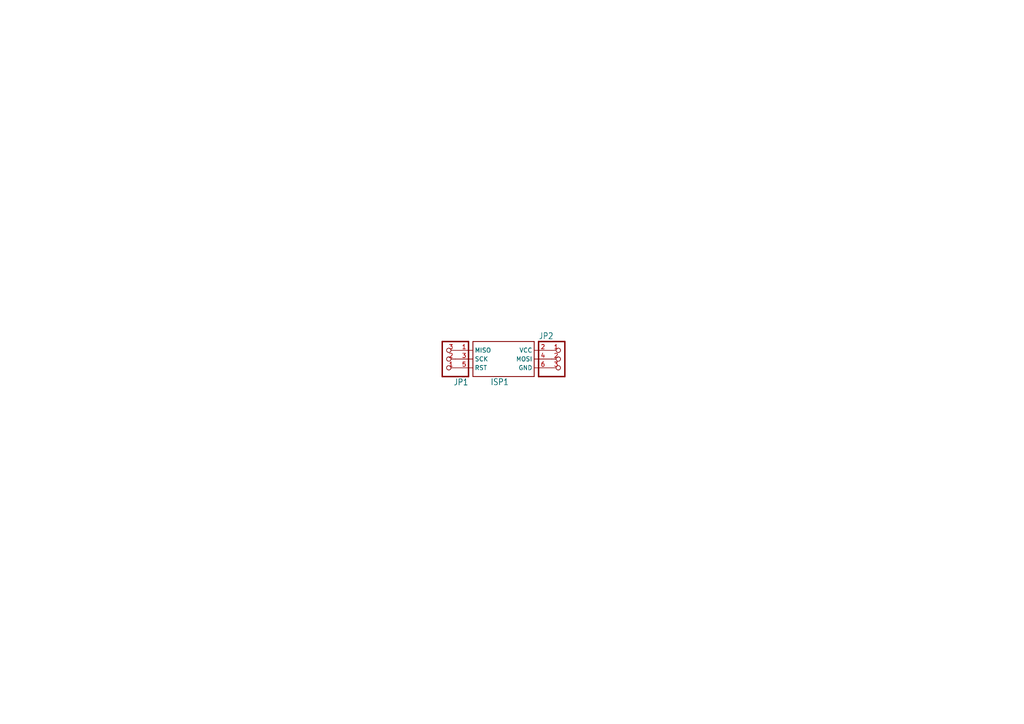
<source format=kicad_sch>
(kicad_sch (version 20230121) (generator eeschema)
  (paper "A4")
  (lib_symbols
    (symbol "working-eagle-import:AVRISP-BOX"
      (property "Reference" "ISP" (at -2.54 -7.62 0))
      (symbol "AVRISP-BOX_1_0"
        (polyline (pts (xy -7.62 -5.08) (xy -7.62 5.08)) (stroke (width 0.254)))
        (polyline (pts (xy -7.62 5.08) (xy 10.16 5.08)) (stroke (width 0.254)))
        (polyline (pts (xy 10.16 -5.08) (xy -7.62 -5.08)) (stroke (width 0.254)))
        (polyline (pts (xy 10.16 5.08) (xy 10.16 -5.08)) (stroke (width 0.254)))
        (pin input line (at -12.7 2.54 0) (length 5.08) (name "MISO") (number "1"))
        (pin power_in line (at 15.24 2.54 180) (length 5.08) (name "VCC") (number "2"))
        (pin output line (at -12.7 0 0) (length 5.08) (name "SCK") (number "3"))
        (pin output line (at 15.24 0 180) (length 5.08) (name "MOSI") (number "4"))
        (pin output line (at -12.7 -2.54 0) (length 5.08) (name "RST") (number "5"))
        (pin power_in line (at 15.24 -2.54 180) (length 5.08) (name "GND") (number "6"))
      )
    )
    (symbol "working-eagle-import:PINHD-1X3CB"
      (property "Reference" "JP" (at -6.35 5.715 0))
      (symbol "PINHD-1X3CB_1_0"
        (polyline (pts (xy -6.35 -5.08) (xy 1.27 -5.08)) (stroke (width 0.4064)))
        (polyline (pts (xy -6.35 5.08) (xy -6.35 -5.08)) (stroke (width 0.4064)))
        (polyline (pts (xy 1.27 -5.08) (xy 1.27 5.08)) (stroke (width 0.4064)))
        (polyline (pts (xy 1.27 5.08) (xy -6.35 5.08)) (stroke (width 0.4064)))
        (pin passive inverted (at -2.54 2.54 0) (length 2.54) (name "1") (number "1"))
        (pin passive inverted (at -2.54 0 0) (length 2.54) (name "2") (number "2"))
        (pin passive inverted (at -2.54 -2.54 0) (length 2.54) (name "3") (number "3"))
      )
    )
  )
  (symbol (lib_id "working-eagle-import:PINHD-1X3CB") (at 162.56 104.14 0) (unit 1)
    (property "Reference" "JP2" (at 156.21 98.425 0) (effects (font (size 1.778 1.5113)) (justify left bottom)))
    (property "Value" "PINHD-1X3CB" (effects hide))
    (property "Footprint" "working:1X03-CLEANBIG" (effects hide))
  )
  (symbol (lib_id "working-eagle-import:AVRISP-BOX") (at 144.78 104.14 0) (unit 1)
    (property "Reference" "ISP1" (at 142.24 111.76 0) (effects (font (size 1.778 1.5113)) (justify left bottom)))
    (property "Value" "AVRISP-BOX" (effects hide))
    (property "Footprint" "working:AVRISP-BOX" (effects hide))
  )
  (symbol (lib_id "working-eagle-import:PINHD-1X3CB") (at 129.54 104.14 180) (unit 1)
    (property "Reference" "JP1" (at 135.89 109.855 0) (effects (font (size 1.778 1.5113)) (justify left bottom)))
    (property "Value" "PINHD-1X3CB" (effects hide))
    (property "Footprint" "working:1X03-CLEANBIG" (effects hide))
  )
)
</source>
